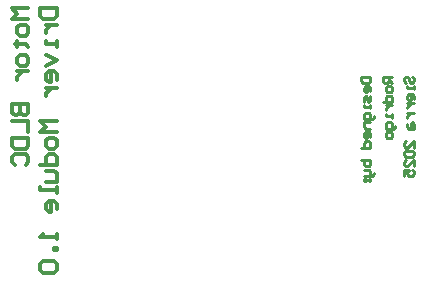
<source format=gbr>
G04*
G04 #@! TF.GenerationSoftware,Altium Limited,Altium Designer,25.4.2 (15)*
G04*
G04 Layer_Color=32896*
%FSLAX44Y44*%
%MOMM*%
G71*
G04*
G04 #@! TF.SameCoordinates,7F9F24B7-B9C1-45AF-9387-6EDD806BED2B*
G04*
G04*
G04 #@! TF.FilePolarity,Positive*
G04*
G01*
G75*
%ADD16C,0.2540*%
%ADD48C,0.3000*%
D16*
X439745Y534460D02*
X447743D01*
Y530461D01*
X446410Y529128D01*
X441078D01*
X439745Y530461D01*
Y534460D01*
X447743Y522464D02*
Y525130D01*
X446410Y526463D01*
X443744D01*
X442411Y525130D01*
Y522464D01*
X443744Y521131D01*
X445077D01*
Y526463D01*
X447743Y518465D02*
Y514466D01*
X446410Y513134D01*
X445077Y514466D01*
Y517132D01*
X443744Y518465D01*
X442411Y517132D01*
Y513134D01*
X447743Y510468D02*
Y507802D01*
Y509135D01*
X442411D01*
Y510468D01*
X450408Y501137D02*
Y499804D01*
X449076Y498472D01*
X442411D01*
Y502470D01*
X443744Y503803D01*
X446410D01*
X447743Y502470D01*
Y498472D01*
Y495806D02*
X442411D01*
Y491807D01*
X443744Y490474D01*
X447743D01*
Y483810D02*
Y486475D01*
X446410Y487808D01*
X443744D01*
X442411Y486475D01*
Y483810D01*
X443744Y482477D01*
X445077D01*
Y487808D01*
X439745Y474479D02*
X447743D01*
Y478478D01*
X446410Y479811D01*
X443744D01*
X442411Y478478D01*
Y474479D01*
X439745Y463816D02*
X447743D01*
Y459817D01*
X446410Y458484D01*
X445077D01*
X443744D01*
X442411Y459817D01*
Y463816D01*
Y455819D02*
X446410D01*
X447743Y454486D01*
Y450487D01*
X449076D01*
X450408Y451820D01*
Y453153D01*
X447743Y450487D02*
X442411D01*
Y447821D02*
Y446488D01*
X443744D01*
Y447821D01*
X442411D01*
X446410D02*
Y446488D01*
X447743D01*
Y447821D01*
X446410D01*
X466101Y534460D02*
X458104D01*
Y530461D01*
X459437Y529128D01*
X462103D01*
X463436Y530461D01*
Y534460D01*
Y531794D02*
X466101Y529128D01*
Y525130D02*
Y522464D01*
X464768Y521131D01*
X462103D01*
X460770Y522464D01*
Y525130D01*
X462103Y526463D01*
X464768D01*
X466101Y525130D01*
X458104Y513134D02*
X466101D01*
Y517132D01*
X464768Y518465D01*
X462103D01*
X460770Y517132D01*
Y513134D01*
Y510468D02*
X466101D01*
X463436D01*
X462103Y509135D01*
X460770Y507802D01*
Y506469D01*
X466101Y502470D02*
Y499804D01*
Y501137D01*
X460770D01*
Y502470D01*
X468767Y493140D02*
Y491807D01*
X467434Y490474D01*
X460770D01*
Y494473D01*
X462103Y495806D01*
X464768D01*
X466101Y494473D01*
Y490474D01*
Y486475D02*
Y483810D01*
X464768Y482477D01*
X462103D01*
X460770Y483810D01*
Y486475D01*
X462103Y487808D01*
X464768D01*
X466101Y486475D01*
X477795Y529128D02*
X476463Y530461D01*
Y533127D01*
X477795Y534460D01*
X479128D01*
X480461Y533127D01*
Y530461D01*
X481794Y529128D01*
X483127D01*
X484460Y530461D01*
Y533127D01*
X483127Y534460D01*
X484460Y526463D02*
Y523797D01*
Y525130D01*
X479128D01*
Y526463D01*
X484460Y515799D02*
Y518465D01*
X483127Y519798D01*
X480461D01*
X479128Y518465D01*
Y515799D01*
X480461Y514466D01*
X481794D01*
Y519798D01*
X479128Y511801D02*
X484460D01*
X481794D01*
X480461Y510468D01*
X479128Y509135D01*
Y507802D01*
Y503803D02*
X484460D01*
X481794D01*
X480461Y502470D01*
X479128Y501137D01*
Y499804D01*
Y494473D02*
Y491807D01*
X480461Y490474D01*
X484460D01*
Y494473D01*
X483127Y495806D01*
X481794Y494473D01*
Y490474D01*
X484460Y474479D02*
Y479811D01*
X479128Y474479D01*
X477795D01*
X476463Y475812D01*
Y478478D01*
X477795Y479811D01*
Y471814D02*
X476463Y470481D01*
Y467815D01*
X477795Y466482D01*
X483127D01*
X484460Y467815D01*
Y470481D01*
X483127Y471814D01*
X477795D01*
X484460Y458484D02*
Y463816D01*
X479128Y458484D01*
X477795D01*
X476463Y459817D01*
Y462483D01*
X477795Y463816D01*
X476463Y450487D02*
Y455819D01*
X480461D01*
X479128Y453153D01*
Y451820D01*
X480461Y450487D01*
X483127D01*
X484460Y451820D01*
Y454486D01*
X483127Y455819D01*
D48*
X158205Y592600D02*
X144210D01*
X148875Y587935D01*
X144210Y583270D01*
X158205D01*
Y576272D02*
Y571607D01*
X155873Y569274D01*
X151208D01*
X148875Y571607D01*
Y576272D01*
X151208Y578605D01*
X155873D01*
X158205Y576272D01*
X146543Y562276D02*
X148875D01*
Y564609D01*
Y559944D01*
Y562276D01*
X155873D01*
X158205Y559944D01*
Y550614D02*
Y545948D01*
X155873Y543616D01*
X151208D01*
X148875Y545948D01*
Y550614D01*
X151208Y552946D01*
X155873D01*
X158205Y550614D01*
X148875Y538951D02*
X158205D01*
X153540D01*
X151208Y536618D01*
X148875Y534286D01*
Y531953D01*
X144210Y510960D02*
X158205D01*
Y503962D01*
X155873Y501629D01*
X153540D01*
X151208Y503962D01*
Y510960D01*
Y503962D01*
X148875Y501629D01*
X146543D01*
X144210Y503962D01*
Y510960D01*
Y496964D02*
X158205D01*
Y487634D01*
X144210Y482969D02*
X158205D01*
Y475971D01*
X155873Y473638D01*
X146543D01*
X144210Y475971D01*
Y482969D01*
X146543Y459643D02*
X144210Y461976D01*
Y466641D01*
X146543Y468973D01*
X155873D01*
X158205Y466641D01*
Y461976D01*
X155873Y459643D01*
X168205Y592600D02*
X182200D01*
Y585602D01*
X179867Y583270D01*
X170537D01*
X168205Y585602D01*
Y592600D01*
X172870Y578605D02*
X182200D01*
X177535D01*
X175202Y576272D01*
X172870Y573939D01*
Y571607D01*
X182200Y564609D02*
Y559944D01*
Y562276D01*
X172870D01*
Y564609D01*
Y552946D02*
X182200Y548281D01*
X172870Y543616D01*
X182200Y531953D02*
Y536618D01*
X179867Y538951D01*
X175202D01*
X172870Y536618D01*
Y531953D01*
X175202Y529620D01*
X177535D01*
Y538951D01*
X172870Y524955D02*
X182200D01*
X177535D01*
X175202Y522623D01*
X172870Y520290D01*
Y517957D01*
X182200Y496964D02*
X168205D01*
X172870Y492299D01*
X168205Y487634D01*
X182200D01*
Y480636D02*
Y475971D01*
X179867Y473638D01*
X175202D01*
X172870Y475971D01*
Y480636D01*
X175202Y482969D01*
X179867D01*
X182200Y480636D01*
X168205Y459643D02*
X182200D01*
Y466641D01*
X179867Y468973D01*
X175202D01*
X172870Y466641D01*
Y459643D01*
Y454978D02*
X179867D01*
X182200Y452645D01*
Y445648D01*
X172870D01*
X182200Y440982D02*
Y436317D01*
Y438650D01*
X168205D01*
Y440982D01*
X182200Y422322D02*
Y426987D01*
X179867Y429319D01*
X175202D01*
X172870Y426987D01*
Y422322D01*
X175202Y419989D01*
X177535D01*
Y429319D01*
X182200Y401329D02*
Y396663D01*
Y398996D01*
X168205D01*
X170537Y401329D01*
X182200Y389666D02*
X179867D01*
Y387333D01*
X182200D01*
Y389666D01*
X170537Y378003D02*
X168205Y375670D01*
Y371005D01*
X170537Y368672D01*
X179867D01*
X182200Y371005D01*
Y375670D01*
X179867Y378003D01*
X170537D01*
M02*

</source>
